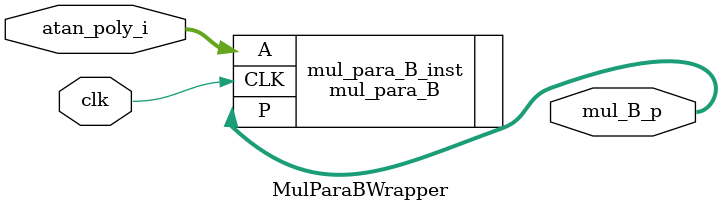
<source format=v>
`timescale 1ns / 1ps


module MulParaBWrapper(
    input           clk         ,
    input [7:0]     atan_poly_i ,
    output [15:0]   mul_B_p     
    );
    
   mul_para_B mul_para_B_inst (
      .CLK(clk),  // input wire CLK
      .A(atan_poly_i),      // input wire [7 : 0] A
      .P(mul_B_p)      // output wire [15 : 0] P
    );
endmodule

</source>
